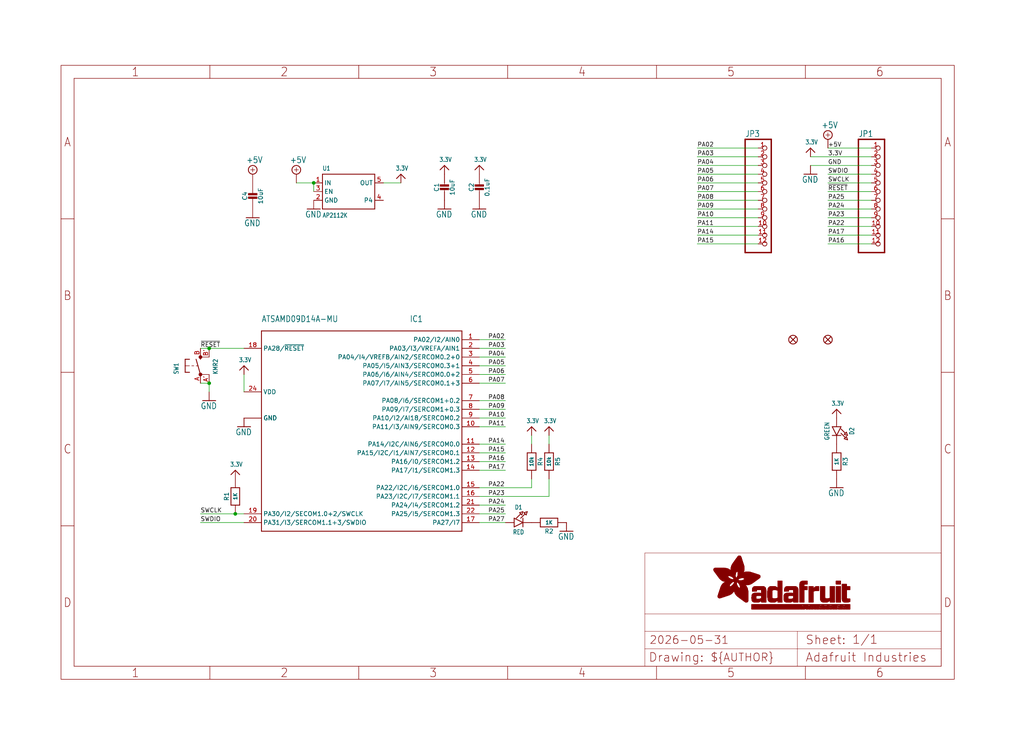
<source format=kicad_sch>
(kicad_sch (version 20230121) (generator eeschema)
  (paper "User" 298.45 217.322)
  (lib_symbols
    (symbol "working-eagle-import:+5V" (power)
      (property "Value" "+5V" (at -1.905 3.175 0))
      (symbol "+5V_1_0"
        (pin power_in line (at 0 -2.54 90) (length 2.54) (name "+5V") (number "1"))
      )
    )
    (symbol "working-eagle-import:3.3V" (power)
      (property "Value" "3.3V" (at -1.524 1.016 0))
      (symbol "3.3V_1_0"
        (pin power_in line (at 0 -2.54 90) (length 2.54) (name "3.3V") (number "1"))
      )
    )
    (symbol "working-eagle-import:ATSAMD09D14A-MU"
      (property "Reference" "IC" (at 12.7 33.02 0))
      (symbol "ATSAMD09D14A-MU_1_0"
        (pin bidirectional line (at 33.02 27.94 180) (length 5.08) (name "PA02/I2/AIN0") (number "1"))
        (pin bidirectional line (at 33.02 2.54 180) (length 5.08) (name "PA11/I3/AIN9/SERCOM0.3") (number "10"))
        (pin bidirectional line (at 33.02 -2.54 180) (length 5.08) (name "PA14/I2C/AIN6/SERCOM0.0") (number "11"))
        (pin bidirectional line (at 33.02 -5.08 180) (length 5.08) (name "PA15/I2C/I1/AIN7/SERCOM0.1") (number "12"))
        (pin bidirectional line (at 33.02 -7.62 180) (length 5.08) (name "PA16/I0/SERCOM1.2") (number "13"))
        (pin bidirectional line (at 33.02 -10.16 180) (length 5.08) (name "PA17/I1/SERCOM1.3") (number "14"))
        (pin bidirectional line (at 33.02 -15.24 180) (length 5.08) (name "PA22/I2C/I6/SERCOM1.0") (number "15"))
        (pin bidirectional line (at 33.02 -17.78 180) (length 5.08) (name "PA23/I2C/I7/SERCOM1.1") (number "16"))
        (pin bidirectional line (at 33.02 -25.4 180) (length 5.08) (name "PA27/I7") (number "17"))
        (pin bidirectional line (at -35.56 25.4 0) (length 5.08) (name "PA28/~{RESET}") (number "18"))
        (pin bidirectional line (at -35.56 -22.86 0) (length 5.08) (name "PA30/I2/SECOM1.0+2/SWCLK") (number "19"))
        (pin bidirectional line (at 33.02 25.4 180) (length 5.08) (name "PA03/I3/VREFA/AIN1") (number "2"))
        (pin bidirectional line (at -35.56 -25.4 0) (length 5.08) (name "PA31/I3/SERCOM1.1+3/SWDIO") (number "20"))
        (pin bidirectional line (at 33.02 -20.32 180) (length 5.08) (name "PA24/I4/SERCOM1.2") (number "21"))
        (pin bidirectional line (at 33.02 -22.86 180) (length 5.08) (name "PA25/I5/SERCOM1.3") (number "22"))
        (pin power_in line (at -35.56 5.08 0) (length 5.08) (name "GND") (number "23"))
        (pin power_in line (at -35.56 12.7 0) (length 5.08) (name "VDD") (number "24"))
        (pin bidirectional line (at 33.02 22.86 180) (length 5.08) (name "PA04/I4/VREFB/AIN2/SERCOM0.2+0") (number "3"))
        (pin bidirectional line (at 33.02 20.32 180) (length 5.08) (name "PA05/I5/AIN3/SERCOM0.3+1") (number "4"))
        (pin bidirectional line (at 33.02 17.78 180) (length 5.08) (name "PA06/I6/AIN4/SERCOM0.0+2") (number "5"))
        (pin bidirectional line (at 33.02 15.24 180) (length 5.08) (name "PA07/I7/AIN5/SERCOM0.1+3") (number "6"))
        (pin bidirectional line (at 33.02 10.16 180) (length 5.08) (name "PA08/I6/SERCOM1+0.2") (number "7"))
        (pin bidirectional line (at 33.02 7.62 180) (length 5.08) (name "PA09/I7/SERCOM1+0.3") (number "8"))
        (pin bidirectional line (at 33.02 5.08 180) (length 5.08) (name "PA10/I2/AI18/SERCOM0.2") (number "9"))
        (pin power_in line (at -35.56 5.08 0) (length 5.08) (name "GND") (number "THERM"))
      )
    )
    (symbol "working-eagle-import:CAP_CERAMIC0603_NO"
      (property "Reference" "C" (at -2.29 1.25 90))
      (symbol "CAP_CERAMIC0603_NO_1_0"
        (pin passive line (at 0 5.08 270) (length 2.54) (name "1") (number "1"))
        (pin passive line (at 0 -2.54 90) (length 2.54) (name "2") (number "2"))
      )
    )
    (symbol "working-eagle-import:CAP_CERAMIC0805-NOOUTLINE"
      (property "Reference" "C" (at -2.29 1.25 90))
      (symbol "CAP_CERAMIC0805-NOOUTLINE_1_0"
        (pin passive line (at 0 5.08 270) (length 2.54) (name "1") (number "1"))
        (pin passive line (at 0 -2.54 90) (length 2.54) (name "2") (number "2"))
      )
    )
    (symbol "working-eagle-import:FIDUCIAL{dblquote}{dblquote}")
    (symbol "working-eagle-import:FRAME_A4_ADAFRUIT"
      (symbol "FRAME_A4_ADAFRUIT_1_0"
        (text "${#}/${##}" (at 230.505 10.16 0) (effects (font (size 2.54 2.54)) (justify left bottom)))
        (text "${AUTHOR}" (at 189.23 5.08 0) (effects (font (size 2.286 2.286)) (justify left bottom)))
        (text "${CURRENT_DATE}" (at 171.45 10.16 0) (effects (font (size 2.286 2.286)) (justify left bottom)))
        (text "${PROJECTNAME}" (at 171.45 15.24 0) (effects (font (size 2.54 2.54)) (justify left bottom)))
        (text "1" (at 21.6958 1.905 0) (effects (font (size 2.54 2.286))))
        (text "1" (at 21.6958 177.165 0) (effects (font (size 2.54 2.286))))
        (text "2" (at 65.0875 1.905 0) (effects (font (size 2.54 2.286))))
        (text "2" (at 65.0875 177.165 0) (effects (font (size 2.54 2.286))))
        (text "3" (at 108.4792 1.905 0) (effects (font (size 2.54 2.286))))
        (text "3" (at 108.4792 177.165 0) (effects (font (size 2.54 2.286))))
        (text "4" (at 151.8708 1.905 0) (effects (font (size 2.54 2.286))))
        (text "4" (at 151.8708 177.165 0) (effects (font (size 2.54 2.286))))
        (text "5" (at 195.2625 1.905 0) (effects (font (size 2.54 2.286))))
        (text "5" (at 195.2625 177.165 0) (effects (font (size 2.54 2.286))))
        (text "6" (at 238.6542 1.905 0) (effects (font (size 2.54 2.286))))
        (text "6" (at 238.6542 177.165 0) (effects (font (size 2.54 2.286))))
        (text "A" (at 1.905 156.6863 0) (effects (font (size 2.54 2.286))))
        (text "A" (at 258.445 156.6863 0) (effects (font (size 2.54 2.286))))
        (text "Adafruit Industries" (at 216.916 4.953 0) (effects (font (size 2.54 2.54)) (justify left bottom)))
        (text "B" (at 1.905 111.9188 0) (effects (font (size 2.54 2.286))))
        (text "B" (at 258.445 111.9188 0) (effects (font (size 2.54 2.286))))
        (text "C" (at 1.905 67.1513 0) (effects (font (size 2.54 2.286))))
        (text "C" (at 258.445 67.1513 0) (effects (font (size 2.54 2.286))))
        (text "D" (at 1.905 22.3838 0) (effects (font (size 2.54 2.286))))
        (text "D" (at 258.445 22.3838 0) (effects (font (size 2.54 2.286))))
        (text "Drawing:" (at 171.196 4.953 0) (effects (font (size 2.54 2.54)) (justify left bottom)))
        (text "Sheet:" (at 216.916 10.033 0) (effects (font (size 2.54 2.54)) (justify left bottom)))
      )
    )
    (symbol "working-eagle-import:GND" (power)
      (property "Value" "GND" (at -2.54 -2.54 0))
      (symbol "GND_1_0"
        (pin power_in line (at 0 2.54 270) (length 2.54) (name "GND") (number "1"))
      )
    )
    (symbol "working-eagle-import:HEADER-1X1276MIL"
      (property "Reference" "JP" (at -6.35 18.415 0))
      (symbol "HEADER-1X1276MIL_1_0"
        (pin passive inverted (at -2.54 15.24 0) (length 2.54) (name "1") (number "1"))
        (pin passive inverted (at -2.54 -7.62 0) (length 2.54) (name "10") (number "10"))
        (pin passive inverted (at -2.54 -10.16 0) (length 2.54) (name "11") (number "11"))
        (pin passive inverted (at -2.54 -12.7 0) (length 2.54) (name "12") (number "12"))
        (pin passive inverted (at -2.54 12.7 0) (length 2.54) (name "2") (number "2"))
        (pin passive inverted (at -2.54 10.16 0) (length 2.54) (name "3") (number "3"))
        (pin passive inverted (at -2.54 7.62 0) (length 2.54) (name "4") (number "4"))
        (pin passive inverted (at -2.54 5.08 0) (length 2.54) (name "5") (number "5"))
        (pin passive inverted (at -2.54 2.54 0) (length 2.54) (name "6") (number "6"))
        (pin passive inverted (at -2.54 0 0) (length 2.54) (name "7") (number "7"))
        (pin passive inverted (at -2.54 -2.54 0) (length 2.54) (name "8") (number "8"))
        (pin passive inverted (at -2.54 -5.08 0) (length 2.54) (name "9") (number "9"))
      )
    )
    (symbol "working-eagle-import:LED0805_NOOUTLINE"
      (property "Reference" "D" (at -1.27 4.445 0))
      (symbol "LED0805_NOOUTLINE_1_0"
        (pin passive line (at -5.08 0 0) (length 2.54) (name "A") (number "A"))
        (pin passive line (at 2.54 0 180) (length 2.54) (name "C") (number "C"))
      )
    )
    (symbol "working-eagle-import:RESISTOR_0603_NOOUT"
      (property "Reference" "R" (at 0 2.54 0))
      (symbol "RESISTOR_0603_NOOUT_1_0"
        (pin passive line (at -5.08 0 0) (length 2.54) (name "1") (number "1"))
        (pin passive line (at 5.08 0 180) (length 2.54) (name "2") (number "2"))
      )
    )
    (symbol "working-eagle-import:SWITCH_TACT_SMT4.6X2.8"
      (property "Reference" "SW" (at -2.54 6.35 0))
      (symbol "SWITCH_TACT_SMT4.6X2.8_1_0"
        (pin passive line (at -5.08 0 0) (length 2.54) (name "P") (number "A"))
        (pin passive line (at -5.08 -2.54 0) (length 2.54) (name "P1") (number "A'"))
        (pin passive line (at 5.08 0 180) (length 2.54) (name "S") (number "B"))
        (pin passive line (at 5.08 -2.54 180) (length 2.54) (name "S1") (number "B'"))
      )
    )
    (symbol "working-eagle-import:VREG_SOT23-5"
      (property "Reference" "U" (at -7.62 6.096 0))
      (symbol "VREG_SOT23-5_1_0"
        (pin power_in line (at -10.16 2.54 0) (length 2.54) (name "IN") (number "1"))
        (pin power_in line (at -10.16 -2.54 0) (length 2.54) (name "GND") (number "2"))
        (pin input line (at -10.16 0 0) (length 2.54) (name "EN") (number "3"))
        (pin bidirectional line (at 10.16 -2.54 180) (length 2.54) (name "P4") (number "4"))
        (pin power_in line (at 10.16 2.54 180) (length 2.54) (name "OUT") (number "5"))
      )
    )
  )
  (junction (at 60.96 111.76))
  (junction (at 91.44 53.34))
  (junction (at 68.58 149.86))
  (junction (at 60.96 101.6))
  (wire (pts (xy 147.32 101.6) (xy 139.7 101.6)) (stroke (width 0.1524)))
  (wire (pts (xy 147.32 137.16) (xy 139.7 137.16)) (stroke (width 0.1524)))
  (wire (pts (xy 203.2 71.12) (xy 220.98 71.12)) (stroke (width 0.1524)))
  (wire (pts (xy 71.12 152.4) (xy 58.42 152.4)) (stroke (width 0.1524)))
  (wire (pts (xy 254 68.58) (xy 241.3 68.58)) (stroke (width 0.1524)))
  (wire (pts (xy 203.2 63.5) (xy 220.98 63.5)) (stroke (width 0.1524)))
  (wire (pts (xy 147.32 124.46) (xy 139.7 124.46)) (stroke (width 0.1524)))
  (wire (pts (xy 220.98 60.96) (xy 203.2 60.96)) (stroke (width 0.1524)))
  (wire (pts (xy 116.84 53.34) (xy 111.76 53.34)) (stroke (width 0.1524)))
  (wire (pts (xy 241.3 43.18) (xy 254 43.18)) (stroke (width 0.1524)))
  (wire (pts (xy 139.7 104.14) (xy 147.32 104.14)) (stroke (width 0.1524)))
  (wire (pts (xy 147.32 119.38) (xy 139.7 119.38)) (stroke (width 0.1524)))
  (wire (pts (xy 60.96 111.76) (xy 60.96 114.3)) (stroke (width 0.1524)))
  (wire (pts (xy 220.98 43.18) (xy 203.2 43.18)) (stroke (width 0.1524)))
  (wire (pts (xy 91.44 53.34) (xy 86.36 53.34)) (stroke (width 0.1524)))
  (wire (pts (xy 241.3 71.12) (xy 254 71.12)) (stroke (width 0.1524)))
  (wire (pts (xy 139.7 99.06) (xy 147.32 99.06)) (stroke (width 0.1524)))
  (wire (pts (xy 241.3 55.88) (xy 254 55.88)) (stroke (width 0.1524)))
  (wire (pts (xy 58.42 149.86) (xy 68.58 149.86)) (stroke (width 0.1524)))
  (wire (pts (xy 139.7 121.92) (xy 147.32 121.92)) (stroke (width 0.1524)))
  (wire (pts (xy 154.94 142.24) (xy 154.94 139.7)) (stroke (width 0.1524)))
  (wire (pts (xy 203.2 58.42) (xy 220.98 58.42)) (stroke (width 0.1524)))
  (wire (pts (xy 254 58.42) (xy 241.3 58.42)) (stroke (width 0.1524)))
  (wire (pts (xy 147.32 111.76) (xy 139.7 111.76)) (stroke (width 0.1524)))
  (wire (pts (xy 236.22 48.26) (xy 254 48.26)) (stroke (width 0.1524)))
  (wire (pts (xy 203.2 53.34) (xy 220.98 53.34)) (stroke (width 0.1524)))
  (wire (pts (xy 139.7 152.4) (xy 147.32 152.4)) (stroke (width 0.1524)))
  (wire (pts (xy 91.44 55.88) (xy 91.44 53.34)) (stroke (width 0.1524)))
  (wire (pts (xy 139.7 129.54) (xy 147.32 129.54)) (stroke (width 0.1524)))
  (wire (pts (xy 220.98 55.88) (xy 203.2 55.88)) (stroke (width 0.1524)))
  (wire (pts (xy 139.7 144.78) (xy 160.02 144.78)) (stroke (width 0.1524)))
  (wire (pts (xy 139.7 147.32) (xy 147.32 147.32)) (stroke (width 0.1524)))
  (wire (pts (xy 139.7 116.84) (xy 147.32 116.84)) (stroke (width 0.1524)))
  (wire (pts (xy 147.32 106.68) (xy 139.7 106.68)) (stroke (width 0.1524)))
  (wire (pts (xy 254 50.8) (xy 241.3 50.8)) (stroke (width 0.1524)))
  (wire (pts (xy 139.7 142.24) (xy 154.94 142.24)) (stroke (width 0.1524)))
  (wire (pts (xy 220.98 45.72) (xy 203.2 45.72)) (stroke (width 0.1524)))
  (wire (pts (xy 160.02 144.78) (xy 160.02 139.7)) (stroke (width 0.1524)))
  (wire (pts (xy 220.98 68.58) (xy 203.2 68.58)) (stroke (width 0.1524)))
  (wire (pts (xy 60.96 101.6) (xy 58.42 101.6)) (stroke (width 0.1524)))
  (wire (pts (xy 220.98 50.8) (xy 203.2 50.8)) (stroke (width 0.1524)))
  (wire (pts (xy 220.98 66.04) (xy 203.2 66.04)) (stroke (width 0.1524)))
  (wire (pts (xy 241.3 66.04) (xy 254 66.04)) (stroke (width 0.1524)))
  (wire (pts (xy 254 53.34) (xy 241.3 53.34)) (stroke (width 0.1524)))
  (wire (pts (xy 203.2 48.26) (xy 220.98 48.26)) (stroke (width 0.1524)))
  (wire (pts (xy 154.94 129.54) (xy 154.94 127)) (stroke (width 0.1524)))
  (wire (pts (xy 254 63.5) (xy 241.3 63.5)) (stroke (width 0.1524)))
  (wire (pts (xy 254 45.72) (xy 236.22 45.72)) (stroke (width 0.1524)))
  (wire (pts (xy 71.12 109.22) (xy 71.12 114.3)) (stroke (width 0.1524)))
  (wire (pts (xy 147.32 132.08) (xy 139.7 132.08)) (stroke (width 0.1524)))
  (wire (pts (xy 160.02 129.54) (xy 160.02 127)) (stroke (width 0.1524)))
  (wire (pts (xy 58.42 111.76) (xy 60.96 111.76)) (stroke (width 0.1524)))
  (wire (pts (xy 139.7 134.62) (xy 147.32 134.62)) (stroke (width 0.1524)))
  (wire (pts (xy 68.58 149.86) (xy 71.12 149.86)) (stroke (width 0.1524)))
  (wire (pts (xy 71.12 101.6) (xy 60.96 101.6)) (stroke (width 0.1524)))
  (wire (pts (xy 139.7 109.22) (xy 147.32 109.22)) (stroke (width 0.1524)))
  (wire (pts (xy 241.3 60.96) (xy 254 60.96)) (stroke (width 0.1524)))
  (wire (pts (xy 147.32 149.86) (xy 139.7 149.86)) (stroke (width 0.1524)))
  (label "3.3V" (at 241.3 45.72 0) (effects (font (size 1.2446 1.2446))))
  (label "PA10" (at 203.2 63.5 0) (effects (font (size 1.2446 1.2446))))
  (label "PA02" (at 142.24 99.06 0) (effects (font (size 1.2446 1.2446))))
  (label "PA09" (at 203.2 60.96 0) (effects (font (size 1.2446 1.2446))))
  (label "PA08" (at 203.2 58.42 0) (effects (font (size 1.2446 1.2446))))
  (label "PA03" (at 203.2 45.72 0) (effects (font (size 1.2446 1.2446))))
  (label "PA08" (at 142.24 116.84 0) (effects (font (size 1.2446 1.2446))))
  (label "PA05" (at 142.24 106.68 0) (effects (font (size 1.2446 1.2446))))
  (label "PA05" (at 203.2 50.8 0) (effects (font (size 1.2446 1.2446))))
  (label "~{RESET}" (at 241.3 55.88 0) (effects (font (size 1.2446 1.2446))))
  (label "PA02" (at 203.2 43.18 0) (effects (font (size 1.2446 1.2446))))
  (label "SWCLK" (at 58.42 149.86 0) (effects (font (size 1.2446 1.2446))))
  (label "PA04" (at 203.2 48.26 0) (effects (font (size 1.2446 1.2446))))
  (label "SWCLK" (at 241.3 53.34 0) (effects (font (size 1.2446 1.2446))))
  (label "PA04" (at 142.24 104.14 0) (effects (font (size 1.2446 1.2446))))
  (label "PA22" (at 241.3 66.04 0) (effects (font (size 1.2446 1.2446))))
  (label "PA15" (at 203.2 71.12 0) (effects (font (size 1.2446 1.2446))))
  (label "PA07" (at 142.24 111.76 0) (effects (font (size 1.2446 1.2446))))
  (label "~{RESET}" (at 58.42 101.6 0) (effects (font (size 1.2446 1.2446))))
  (label "PA17" (at 241.3 68.58 0) (effects (font (size 1.2446 1.2446))))
  (label "PA10" (at 142.24 121.92 0) (effects (font (size 1.2446 1.2446))))
  (label "PA23" (at 142.24 144.78 0) (effects (font (size 1.2446 1.2446))))
  (label "PA03" (at 142.24 101.6 0) (effects (font (size 1.2446 1.2446))))
  (label "PA25" (at 142.24 149.86 0) (effects (font (size 1.2446 1.2446))))
  (label "PA16" (at 241.3 71.12 0) (effects (font (size 1.2446 1.2446))))
  (label "PA25" (at 241.3 58.42 0) (effects (font (size 1.2446 1.2446))))
  (label "PA06" (at 142.24 109.22 0) (effects (font (size 1.2446 1.2446))))
  (label "PA23" (at 241.3 63.5 0) (effects (font (size 1.2446 1.2446))))
  (label "PA07" (at 203.2 55.88 0) (effects (font (size 1.2446 1.2446))))
  (label "PA14" (at 142.24 129.54 0) (effects (font (size 1.2446 1.2446))))
  (label "PA24" (at 241.3 60.96 0) (effects (font (size 1.2446 1.2446))))
  (label "PA11" (at 142.24 124.46 0) (effects (font (size 1.2446 1.2446))))
  (label "PA09" (at 142.24 119.38 0) (effects (font (size 1.2446 1.2446))))
  (label "PA06" (at 203.2 53.34 0) (effects (font (size 1.2446 1.2446))))
  (label "SWDIO" (at 58.42 152.4 0) (effects (font (size 1.2446 1.2446))))
  (label "PA15" (at 142.24 132.08 0) (effects (font (size 1.2446 1.2446))))
  (label "PA16" (at 142.24 134.62 0) (effects (font (size 1.2446 1.2446))))
  (label "SWDIO" (at 241.3 50.8 0) (effects (font (size 1.2446 1.2446))))
  (label "+5V" (at 241.3 43.18 0) (effects (font (size 1.2446 1.2446))))
  (label "PA11" (at 203.2 66.04 0) (effects (font (size 1.2446 1.2446))))
  (label "PA14" (at 203.2 68.58 0) (effects (font (size 1.2446 1.2446))))
  (label "PA24" (at 142.24 147.32 0) (effects (font (size 1.2446 1.2446))))
  (label "GND" (at 241.3 48.26 0) (effects (font (size 1.2446 1.2446))))
  (label "PA27" (at 142.24 152.4 0) (effects (font (size 1.2446 1.2446))))
  (label "PA17" (at 142.24 137.16 0) (effects (font (size 1.2446 1.2446))))
  (label "PA22" (at 142.24 142.24 0) (effects (font (size 1.2446 1.2446))))
  (symbol (lib_id "working-eagle-import:GND") (at 243.84 142.24 0) (unit 1)
    (property "Reference" "#GND11" (effects hide))
    (property "Value" "GND" (at 241.3 144.78 0) (effects (font (size 1.778 1.5113)) (justify left bottom)))
  )
  (symbol (lib_id "working-eagle-import:VREG_SOT23-5") (at 101.6 55.88 0) (unit 1)
    (property "Reference" "U1" (at 93.98 49.784 0) (effects (font (size 1.27 1.0795)) (justify left bottom)))
    (property "Value" "AP2112K" (at 93.98 63.5 0) (effects (font (size 1.27 1.0795)) (justify left bottom)))
    (property "Footprint" "working:SOT23-5" (effects hide))
  )
  (symbol (lib_id "working-eagle-import:FIDUCIAL{dblquote}{dblquote}") (at 231.14 99.06 0) (unit 1)
    (property "Reference" "FID1" (effects hide))
    (property "Value" "FIDUCIAL{dblquote}{dblquote}" (effects hide))
    (property "Footprint" "working:FIDUCIAL_1MM" (effects hide))
  )
  (symbol (lib_id "working-eagle-import:LED0805_NOOUTLINE") (at 243.84 127 270) (unit 1)
    (property "Reference" "D2" (at 248.285 125.73 0) (effects (font (size 1.27 1.0795))))
    (property "Value" "GREEN" (at 241.046 125.73 0) (effects (font (size 1.27 1.0795))))
    (property "Footprint" "working:CHIPLED_0805_NOOUTLINE" (effects hide))
  )
  (symbol (lib_id "working-eagle-import:+5V") (at 73.66 50.8 0) (unit 1)
    (property "Reference" "#SUPPLY2" (effects hide))
    (property "Value" "+5V" (at 71.755 47.625 0) (effects (font (size 1.778 1.5113)) (justify left bottom)))
  )
  (symbol (lib_id "working-eagle-import:RESISTOR_0603_NOOUT") (at 160.02 134.62 270) (unit 1)
    (property "Reference" "R5" (at 162.56 134.62 0))
    (property "Value" "10k" (at 160.02 134.62 0) (effects (font (size 1.016 1.016) bold)))
    (property "Footprint" "working:0603-NO" (effects hide))
  )
  (symbol (lib_id "working-eagle-import:3.3V") (at 154.94 124.46 0) (unit 1)
    (property "Reference" "#U$6" (effects hide))
    (property "Value" "3.3V" (at 153.416 123.444 0) (effects (font (size 1.27 1.0795)) (justify left bottom)))
  )
  (symbol (lib_id "working-eagle-import:RESISTOR_0603_NOOUT") (at 154.94 134.62 270) (unit 1)
    (property "Reference" "R4" (at 157.48 134.62 0))
    (property "Value" "10k" (at 154.94 134.62 0) (effects (font (size 1.016 1.016) bold)))
    (property "Footprint" "working:0603-NO" (effects hide))
  )
  (symbol (lib_id "working-eagle-import:CAP_CERAMIC0805-NOOUTLINE") (at 129.54 55.88 0) (unit 1)
    (property "Reference" "C1" (at 127.25 54.63 90))
    (property "Value" "10uF" (at 131.84 54.63 90))
    (property "Footprint" "working:0805-NO" (effects hide))
  )
  (symbol (lib_id "working-eagle-import:3.3V") (at 139.7 48.26 0) (unit 1)
    (property "Reference" "#U$5" (effects hide))
    (property "Value" "3.3V" (at 138.176 47.244 0) (effects (font (size 1.27 1.0795)) (justify left bottom)))
  )
  (symbol (lib_id "working-eagle-import:GND") (at 236.22 50.8 0) (unit 1)
    (property "Reference" "#GND9" (effects hide))
    (property "Value" "GND" (at 233.68 53.34 0) (effects (font (size 1.778 1.5113)) (justify left bottom)))
  )
  (symbol (lib_id "working-eagle-import:RESISTOR_0603_NOOUT") (at 243.84 134.62 270) (unit 1)
    (property "Reference" "R3" (at 246.38 134.62 0))
    (property "Value" "1K" (at 243.84 134.62 0) (effects (font (size 1.016 1.016) bold)))
    (property "Footprint" "working:0603-NO" (effects hide))
  )
  (symbol (lib_id "working-eagle-import:3.3V") (at 68.58 137.16 0) (unit 1)
    (property "Reference" "#U$8" (effects hide))
    (property "Value" "3.3V" (at 67.056 136.144 0) (effects (font (size 1.27 1.0795)) (justify left bottom)))
  )
  (symbol (lib_id "working-eagle-import:3.3V") (at 129.54 48.26 0) (unit 1)
    (property "Reference" "#U$4" (effects hide))
    (property "Value" "3.3V" (at 128.016 47.244 0) (effects (font (size 1.27 1.0795)) (justify left bottom)))
  )
  (symbol (lib_id "working-eagle-import:ATSAMD09D14A-MU") (at 106.68 127 0) (unit 1)
    (property "Reference" "IC1" (at 119.38 93.98 0) (effects (font (size 1.778 1.5113)) (justify left bottom)))
    (property "Value" "ATSAMD09D14A-MU" (at 76.2 93.98 0) (effects (font (size 1.778 1.5113)) (justify left bottom)))
    (property "Footprint" "working:QFN24_4MM" (effects hide))
  )
  (symbol (lib_id "working-eagle-import:RESISTOR_0603_NOOUT") (at 68.58 144.78 90) (unit 1)
    (property "Reference" "R1" (at 66.04 144.78 0))
    (property "Value" "1K" (at 68.58 144.78 0) (effects (font (size 1.016 1.016) bold)))
    (property "Footprint" "working:0603-NO" (effects hide))
  )
  (symbol (lib_id "working-eagle-import:FIDUCIAL{dblquote}{dblquote}") (at 241.3 99.06 0) (unit 1)
    (property "Reference" "FID2" (effects hide))
    (property "Value" "FIDUCIAL{dblquote}{dblquote}" (effects hide))
    (property "Footprint" "working:FIDUCIAL_1MM" (effects hide))
  )
  (symbol (lib_id "working-eagle-import:GND") (at 91.44 60.96 0) (unit 1)
    (property "Reference" "#GND3" (effects hide))
    (property "Value" "GND" (at 88.9 63.5 0) (effects (font (size 1.778 1.5113)) (justify left bottom)))
  )
  (symbol (lib_id "working-eagle-import:3.3V") (at 236.22 43.18 0) (unit 1)
    (property "Reference" "#U$9" (effects hide))
    (property "Value" "3.3V" (at 234.696 42.164 0) (effects (font (size 1.27 1.0795)) (justify left bottom)))
  )
  (symbol (lib_id "working-eagle-import:CAP_CERAMIC0603_NO") (at 139.7 55.88 0) (unit 1)
    (property "Reference" "C2" (at 137.41 54.63 90))
    (property "Value" "0.1uF" (at 142 54.63 90))
    (property "Footprint" "working:0603-NO" (effects hide))
  )
  (symbol (lib_id "working-eagle-import:+5V") (at 241.3 40.64 0) (unit 1)
    (property "Reference" "#SUPPLY3" (effects hide))
    (property "Value" "+5V" (at 239.395 37.465 0) (effects (font (size 1.778 1.5113)) (justify left bottom)))
  )
  (symbol (lib_id "working-eagle-import:3.3V") (at 160.02 124.46 0) (unit 1)
    (property "Reference" "#U$11" (effects hide))
    (property "Value" "3.3V" (at 158.496 123.444 0) (effects (font (size 1.27 1.0795)) (justify left bottom)))
  )
  (symbol (lib_id "working-eagle-import:HEADER-1X1276MIL") (at 223.52 58.42 0) (unit 1)
    (property "Reference" "JP3" (at 217.17 40.005 0) (effects (font (size 1.778 1.5113)) (justify left bottom)))
    (property "Value" "HEADER-1X1276MIL" (effects hide))
    (property "Footprint" "working:1X12_ROUND_76MIL" (effects hide))
  )
  (symbol (lib_id "working-eagle-import:RESISTOR_0603_NOOUT") (at 160.02 152.4 180) (unit 1)
    (property "Reference" "R2" (at 160.02 154.94 0))
    (property "Value" "1K" (at 160.02 152.4 0) (effects (font (size 1.016 1.016) bold)))
    (property "Footprint" "working:0603-NO" (effects hide))
  )
  (symbol (lib_id "working-eagle-import:3.3V") (at 243.84 119.38 0) (unit 1)
    (property "Reference" "#U$10" (effects hide))
    (property "Value" "3.3V" (at 242.316 118.364 0) (effects (font (size 1.27 1.0795)) (justify left bottom)))
  )
  (symbol (lib_id "working-eagle-import:GND") (at 71.12 124.46 0) (unit 1)
    (property "Reference" "#GND1" (effects hide))
    (property "Value" "GND" (at 68.58 127 0) (effects (font (size 1.778 1.5113)) (justify left bottom)))
  )
  (symbol (lib_id "working-eagle-import:GND") (at 73.66 63.5 0) (unit 1)
    (property "Reference" "#GND7" (effects hide))
    (property "Value" "GND" (at 71.12 66.04 0) (effects (font (size 1.778 1.5113)) (justify left bottom)))
  )
  (symbol (lib_id "working-eagle-import:GND") (at 139.7 60.96 0) (unit 1)
    (property "Reference" "#GND5" (effects hide))
    (property "Value" "GND" (at 137.16 63.5 0) (effects (font (size 1.778 1.5113)) (justify left bottom)))
  )
  (symbol (lib_id "working-eagle-import:+5V") (at 86.36 50.8 0) (unit 1)
    (property "Reference" "#SUPPLY1" (effects hide))
    (property "Value" "+5V" (at 84.455 47.625 0) (effects (font (size 1.778 1.5113)) (justify left bottom)))
  )
  (symbol (lib_id "working-eagle-import:LED0805_NOOUTLINE") (at 152.4 152.4 0) (unit 1)
    (property "Reference" "D1" (at 151.13 147.955 0) (effects (font (size 1.27 1.0795))))
    (property "Value" "RED" (at 151.13 155.194 0) (effects (font (size 1.27 1.0795))))
    (property "Footprint" "working:CHIPLED_0805_NOOUTLINE" (effects hide))
  )
  (symbol (lib_id "working-eagle-import:GND") (at 129.54 60.96 0) (unit 1)
    (property "Reference" "#GND4" (effects hide))
    (property "Value" "GND" (at 127 63.5 0) (effects (font (size 1.778 1.5113)) (justify left bottom)))
  )
  (symbol (lib_id "working-eagle-import:3.3V") (at 71.12 106.68 0) (unit 1)
    (property "Reference" "#U$3" (effects hide))
    (property "Value" "3.3V" (at 69.596 105.664 0) (effects (font (size 1.27 1.0795)) (justify left bottom)))
  )
  (symbol (lib_id "working-eagle-import:HEADER-1X1276MIL") (at 256.54 58.42 0) (unit 1)
    (property "Reference" "JP1" (at 250.19 40.005 0) (effects (font (size 1.778 1.5113)) (justify left bottom)))
    (property "Value" "HEADER-1X1276MIL" (effects hide))
    (property "Footprint" "working:1X12_ROUND_76MIL" (effects hide))
  )
  (symbol (lib_id "working-eagle-import:3.3V") (at 116.84 50.8 0) (unit 1)
    (property "Reference" "#U$2" (effects hide))
    (property "Value" "3.3V" (at 115.316 49.784 0) (effects (font (size 1.27 1.0795)) (justify left bottom)))
  )
  (symbol (lib_id "working-eagle-import:GND") (at 60.96 116.84 0) (unit 1)
    (property "Reference" "#GND8" (effects hide))
    (property "Value" "GND" (at 58.42 119.38 0) (effects (font (size 1.778 1.5113)) (justify left bottom)))
  )
  (symbol (lib_id "working-eagle-import:FRAME_A4_ADAFRUIT") (at 17.78 198.12 0) (unit 1)
    (property "Reference" "#U$1" (effects hide))
    (property "Value" "FRAME_A4_ADAFRUIT" (effects hide))
  )
  (symbol (lib_id "working-eagle-import:SWITCH_TACT_SMT4.6X2.8") (at 58.42 106.68 90) (unit 1)
    (property "Reference" "SW1" (at 52.07 109.22 0) (effects (font (size 1.27 1.0795)) (justify left bottom)))
    (property "Value" "KMR2" (at 63.5 109.22 0) (effects (font (size 1.27 1.0795)) (justify left bottom)))
    (property "Footprint" "working:BTN_KMR2_4.6X2.8" (effects hide))
  )
  (symbol (lib_id "working-eagle-import:CAP_CERAMIC0805-NOOUTLINE") (at 73.66 58.42 0) (unit 1)
    (property "Reference" "C4" (at 71.37 57.17 90))
    (property "Value" "10uF" (at 75.96 57.17 90))
    (property "Footprint" "working:0805-NO" (effects hide))
  )
  (symbol (lib_id "working-eagle-import:GND") (at 165.1 154.94 0) (unit 1)
    (property "Reference" "#GND10" (effects hide))
    (property "Value" "GND" (at 162.56 157.48 0) (effects (font (size 1.778 1.5113)) (justify left bottom)))
  )
)
</source>
